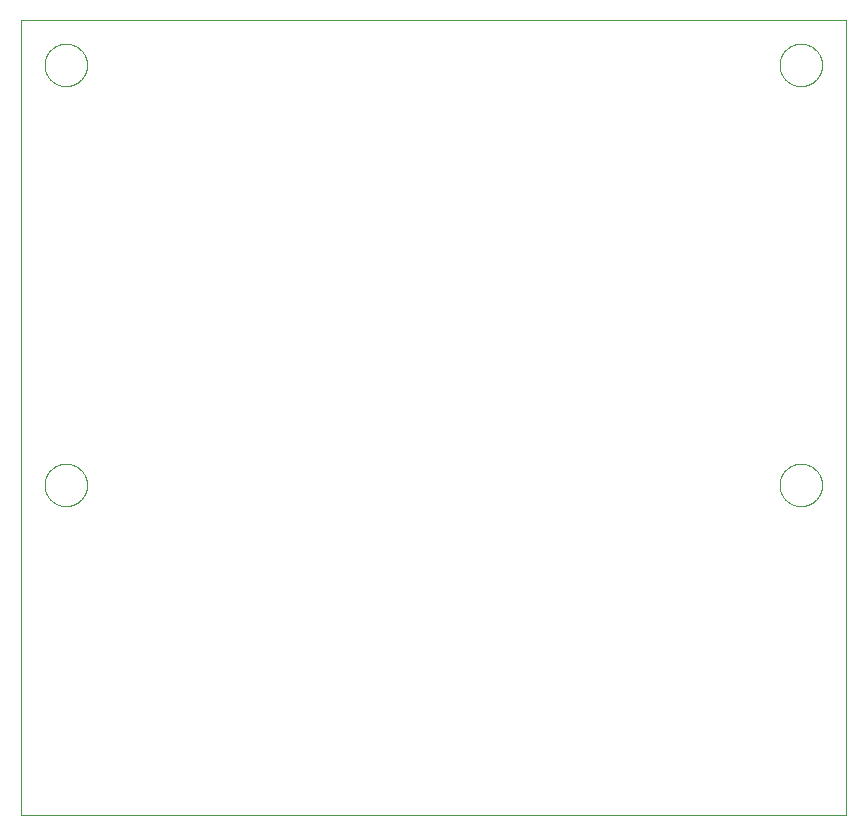
<source format=gbp>
G75*
%MOIN*%
%OFA0B0*%
%FSLAX25Y25*%
%IPPOS*%
%LPD*%
%AMOC8*
5,1,8,0,0,1.08239X$1,22.5*
%
%ADD10C,0.00100*%
%ADD11C,0.00110*%
%ADD12C,0.00000*%
D10*
X0007667Y0001500D02*
X0282667Y0001500D01*
X0282667Y0266500D01*
X0007667Y0266500D01*
D11*
X0007667Y0001500D01*
D12*
X0015580Y0111500D02*
X0015582Y0111674D01*
X0015589Y0111848D01*
X0015599Y0112021D01*
X0015614Y0112195D01*
X0015633Y0112368D01*
X0015657Y0112540D01*
X0015684Y0112712D01*
X0015716Y0112883D01*
X0015752Y0113053D01*
X0015792Y0113222D01*
X0015837Y0113390D01*
X0015885Y0113557D01*
X0015938Y0113723D01*
X0015994Y0113888D01*
X0016055Y0114051D01*
X0016119Y0114212D01*
X0016188Y0114372D01*
X0016260Y0114530D01*
X0016337Y0114686D01*
X0016417Y0114841D01*
X0016501Y0114993D01*
X0016588Y0115143D01*
X0016680Y0115292D01*
X0016774Y0115437D01*
X0016873Y0115581D01*
X0016975Y0115722D01*
X0017080Y0115860D01*
X0017189Y0115996D01*
X0017301Y0116129D01*
X0017416Y0116259D01*
X0017534Y0116387D01*
X0017656Y0116511D01*
X0017780Y0116633D01*
X0017908Y0116751D01*
X0018038Y0116866D01*
X0018171Y0116978D01*
X0018307Y0117087D01*
X0018445Y0117192D01*
X0018586Y0117294D01*
X0018730Y0117393D01*
X0018875Y0117487D01*
X0019024Y0117579D01*
X0019174Y0117666D01*
X0019326Y0117750D01*
X0019481Y0117830D01*
X0019637Y0117907D01*
X0019795Y0117979D01*
X0019955Y0118048D01*
X0020116Y0118112D01*
X0020279Y0118173D01*
X0020444Y0118229D01*
X0020610Y0118282D01*
X0020777Y0118330D01*
X0020945Y0118375D01*
X0021114Y0118415D01*
X0021284Y0118451D01*
X0021455Y0118483D01*
X0021627Y0118510D01*
X0021799Y0118534D01*
X0021972Y0118553D01*
X0022146Y0118568D01*
X0022319Y0118578D01*
X0022493Y0118585D01*
X0022667Y0118587D01*
X0022841Y0118585D01*
X0023015Y0118578D01*
X0023188Y0118568D01*
X0023362Y0118553D01*
X0023535Y0118534D01*
X0023707Y0118510D01*
X0023879Y0118483D01*
X0024050Y0118451D01*
X0024220Y0118415D01*
X0024389Y0118375D01*
X0024557Y0118330D01*
X0024724Y0118282D01*
X0024890Y0118229D01*
X0025055Y0118173D01*
X0025218Y0118112D01*
X0025379Y0118048D01*
X0025539Y0117979D01*
X0025697Y0117907D01*
X0025853Y0117830D01*
X0026008Y0117750D01*
X0026160Y0117666D01*
X0026310Y0117579D01*
X0026459Y0117487D01*
X0026604Y0117393D01*
X0026748Y0117294D01*
X0026889Y0117192D01*
X0027027Y0117087D01*
X0027163Y0116978D01*
X0027296Y0116866D01*
X0027426Y0116751D01*
X0027554Y0116633D01*
X0027678Y0116511D01*
X0027800Y0116387D01*
X0027918Y0116259D01*
X0028033Y0116129D01*
X0028145Y0115996D01*
X0028254Y0115860D01*
X0028359Y0115722D01*
X0028461Y0115581D01*
X0028560Y0115437D01*
X0028654Y0115292D01*
X0028746Y0115143D01*
X0028833Y0114993D01*
X0028917Y0114841D01*
X0028997Y0114686D01*
X0029074Y0114530D01*
X0029146Y0114372D01*
X0029215Y0114212D01*
X0029279Y0114051D01*
X0029340Y0113888D01*
X0029396Y0113723D01*
X0029449Y0113557D01*
X0029497Y0113390D01*
X0029542Y0113222D01*
X0029582Y0113053D01*
X0029618Y0112883D01*
X0029650Y0112712D01*
X0029677Y0112540D01*
X0029701Y0112368D01*
X0029720Y0112195D01*
X0029735Y0112021D01*
X0029745Y0111848D01*
X0029752Y0111674D01*
X0029754Y0111500D01*
X0029752Y0111326D01*
X0029745Y0111152D01*
X0029735Y0110979D01*
X0029720Y0110805D01*
X0029701Y0110632D01*
X0029677Y0110460D01*
X0029650Y0110288D01*
X0029618Y0110117D01*
X0029582Y0109947D01*
X0029542Y0109778D01*
X0029497Y0109610D01*
X0029449Y0109443D01*
X0029396Y0109277D01*
X0029340Y0109112D01*
X0029279Y0108949D01*
X0029215Y0108788D01*
X0029146Y0108628D01*
X0029074Y0108470D01*
X0028997Y0108314D01*
X0028917Y0108159D01*
X0028833Y0108007D01*
X0028746Y0107857D01*
X0028654Y0107708D01*
X0028560Y0107563D01*
X0028461Y0107419D01*
X0028359Y0107278D01*
X0028254Y0107140D01*
X0028145Y0107004D01*
X0028033Y0106871D01*
X0027918Y0106741D01*
X0027800Y0106613D01*
X0027678Y0106489D01*
X0027554Y0106367D01*
X0027426Y0106249D01*
X0027296Y0106134D01*
X0027163Y0106022D01*
X0027027Y0105913D01*
X0026889Y0105808D01*
X0026748Y0105706D01*
X0026604Y0105607D01*
X0026459Y0105513D01*
X0026310Y0105421D01*
X0026160Y0105334D01*
X0026008Y0105250D01*
X0025853Y0105170D01*
X0025697Y0105093D01*
X0025539Y0105021D01*
X0025379Y0104952D01*
X0025218Y0104888D01*
X0025055Y0104827D01*
X0024890Y0104771D01*
X0024724Y0104718D01*
X0024557Y0104670D01*
X0024389Y0104625D01*
X0024220Y0104585D01*
X0024050Y0104549D01*
X0023879Y0104517D01*
X0023707Y0104490D01*
X0023535Y0104466D01*
X0023362Y0104447D01*
X0023188Y0104432D01*
X0023015Y0104422D01*
X0022841Y0104415D01*
X0022667Y0104413D01*
X0022493Y0104415D01*
X0022319Y0104422D01*
X0022146Y0104432D01*
X0021972Y0104447D01*
X0021799Y0104466D01*
X0021627Y0104490D01*
X0021455Y0104517D01*
X0021284Y0104549D01*
X0021114Y0104585D01*
X0020945Y0104625D01*
X0020777Y0104670D01*
X0020610Y0104718D01*
X0020444Y0104771D01*
X0020279Y0104827D01*
X0020116Y0104888D01*
X0019955Y0104952D01*
X0019795Y0105021D01*
X0019637Y0105093D01*
X0019481Y0105170D01*
X0019326Y0105250D01*
X0019174Y0105334D01*
X0019024Y0105421D01*
X0018875Y0105513D01*
X0018730Y0105607D01*
X0018586Y0105706D01*
X0018445Y0105808D01*
X0018307Y0105913D01*
X0018171Y0106022D01*
X0018038Y0106134D01*
X0017908Y0106249D01*
X0017780Y0106367D01*
X0017656Y0106489D01*
X0017534Y0106613D01*
X0017416Y0106741D01*
X0017301Y0106871D01*
X0017189Y0107004D01*
X0017080Y0107140D01*
X0016975Y0107278D01*
X0016873Y0107419D01*
X0016774Y0107563D01*
X0016680Y0107708D01*
X0016588Y0107857D01*
X0016501Y0108007D01*
X0016417Y0108159D01*
X0016337Y0108314D01*
X0016260Y0108470D01*
X0016188Y0108628D01*
X0016119Y0108788D01*
X0016055Y0108949D01*
X0015994Y0109112D01*
X0015938Y0109277D01*
X0015885Y0109443D01*
X0015837Y0109610D01*
X0015792Y0109778D01*
X0015752Y0109947D01*
X0015716Y0110117D01*
X0015684Y0110288D01*
X0015657Y0110460D01*
X0015633Y0110632D01*
X0015614Y0110805D01*
X0015599Y0110979D01*
X0015589Y0111152D01*
X0015582Y0111326D01*
X0015580Y0111500D01*
X0015580Y0251500D02*
X0015582Y0251674D01*
X0015589Y0251848D01*
X0015599Y0252021D01*
X0015614Y0252195D01*
X0015633Y0252368D01*
X0015657Y0252540D01*
X0015684Y0252712D01*
X0015716Y0252883D01*
X0015752Y0253053D01*
X0015792Y0253222D01*
X0015837Y0253390D01*
X0015885Y0253557D01*
X0015938Y0253723D01*
X0015994Y0253888D01*
X0016055Y0254051D01*
X0016119Y0254212D01*
X0016188Y0254372D01*
X0016260Y0254530D01*
X0016337Y0254686D01*
X0016417Y0254841D01*
X0016501Y0254993D01*
X0016588Y0255143D01*
X0016680Y0255292D01*
X0016774Y0255437D01*
X0016873Y0255581D01*
X0016975Y0255722D01*
X0017080Y0255860D01*
X0017189Y0255996D01*
X0017301Y0256129D01*
X0017416Y0256259D01*
X0017534Y0256387D01*
X0017656Y0256511D01*
X0017780Y0256633D01*
X0017908Y0256751D01*
X0018038Y0256866D01*
X0018171Y0256978D01*
X0018307Y0257087D01*
X0018445Y0257192D01*
X0018586Y0257294D01*
X0018730Y0257393D01*
X0018875Y0257487D01*
X0019024Y0257579D01*
X0019174Y0257666D01*
X0019326Y0257750D01*
X0019481Y0257830D01*
X0019637Y0257907D01*
X0019795Y0257979D01*
X0019955Y0258048D01*
X0020116Y0258112D01*
X0020279Y0258173D01*
X0020444Y0258229D01*
X0020610Y0258282D01*
X0020777Y0258330D01*
X0020945Y0258375D01*
X0021114Y0258415D01*
X0021284Y0258451D01*
X0021455Y0258483D01*
X0021627Y0258510D01*
X0021799Y0258534D01*
X0021972Y0258553D01*
X0022146Y0258568D01*
X0022319Y0258578D01*
X0022493Y0258585D01*
X0022667Y0258587D01*
X0022841Y0258585D01*
X0023015Y0258578D01*
X0023188Y0258568D01*
X0023362Y0258553D01*
X0023535Y0258534D01*
X0023707Y0258510D01*
X0023879Y0258483D01*
X0024050Y0258451D01*
X0024220Y0258415D01*
X0024389Y0258375D01*
X0024557Y0258330D01*
X0024724Y0258282D01*
X0024890Y0258229D01*
X0025055Y0258173D01*
X0025218Y0258112D01*
X0025379Y0258048D01*
X0025539Y0257979D01*
X0025697Y0257907D01*
X0025853Y0257830D01*
X0026008Y0257750D01*
X0026160Y0257666D01*
X0026310Y0257579D01*
X0026459Y0257487D01*
X0026604Y0257393D01*
X0026748Y0257294D01*
X0026889Y0257192D01*
X0027027Y0257087D01*
X0027163Y0256978D01*
X0027296Y0256866D01*
X0027426Y0256751D01*
X0027554Y0256633D01*
X0027678Y0256511D01*
X0027800Y0256387D01*
X0027918Y0256259D01*
X0028033Y0256129D01*
X0028145Y0255996D01*
X0028254Y0255860D01*
X0028359Y0255722D01*
X0028461Y0255581D01*
X0028560Y0255437D01*
X0028654Y0255292D01*
X0028746Y0255143D01*
X0028833Y0254993D01*
X0028917Y0254841D01*
X0028997Y0254686D01*
X0029074Y0254530D01*
X0029146Y0254372D01*
X0029215Y0254212D01*
X0029279Y0254051D01*
X0029340Y0253888D01*
X0029396Y0253723D01*
X0029449Y0253557D01*
X0029497Y0253390D01*
X0029542Y0253222D01*
X0029582Y0253053D01*
X0029618Y0252883D01*
X0029650Y0252712D01*
X0029677Y0252540D01*
X0029701Y0252368D01*
X0029720Y0252195D01*
X0029735Y0252021D01*
X0029745Y0251848D01*
X0029752Y0251674D01*
X0029754Y0251500D01*
X0029752Y0251326D01*
X0029745Y0251152D01*
X0029735Y0250979D01*
X0029720Y0250805D01*
X0029701Y0250632D01*
X0029677Y0250460D01*
X0029650Y0250288D01*
X0029618Y0250117D01*
X0029582Y0249947D01*
X0029542Y0249778D01*
X0029497Y0249610D01*
X0029449Y0249443D01*
X0029396Y0249277D01*
X0029340Y0249112D01*
X0029279Y0248949D01*
X0029215Y0248788D01*
X0029146Y0248628D01*
X0029074Y0248470D01*
X0028997Y0248314D01*
X0028917Y0248159D01*
X0028833Y0248007D01*
X0028746Y0247857D01*
X0028654Y0247708D01*
X0028560Y0247563D01*
X0028461Y0247419D01*
X0028359Y0247278D01*
X0028254Y0247140D01*
X0028145Y0247004D01*
X0028033Y0246871D01*
X0027918Y0246741D01*
X0027800Y0246613D01*
X0027678Y0246489D01*
X0027554Y0246367D01*
X0027426Y0246249D01*
X0027296Y0246134D01*
X0027163Y0246022D01*
X0027027Y0245913D01*
X0026889Y0245808D01*
X0026748Y0245706D01*
X0026604Y0245607D01*
X0026459Y0245513D01*
X0026310Y0245421D01*
X0026160Y0245334D01*
X0026008Y0245250D01*
X0025853Y0245170D01*
X0025697Y0245093D01*
X0025539Y0245021D01*
X0025379Y0244952D01*
X0025218Y0244888D01*
X0025055Y0244827D01*
X0024890Y0244771D01*
X0024724Y0244718D01*
X0024557Y0244670D01*
X0024389Y0244625D01*
X0024220Y0244585D01*
X0024050Y0244549D01*
X0023879Y0244517D01*
X0023707Y0244490D01*
X0023535Y0244466D01*
X0023362Y0244447D01*
X0023188Y0244432D01*
X0023015Y0244422D01*
X0022841Y0244415D01*
X0022667Y0244413D01*
X0022493Y0244415D01*
X0022319Y0244422D01*
X0022146Y0244432D01*
X0021972Y0244447D01*
X0021799Y0244466D01*
X0021627Y0244490D01*
X0021455Y0244517D01*
X0021284Y0244549D01*
X0021114Y0244585D01*
X0020945Y0244625D01*
X0020777Y0244670D01*
X0020610Y0244718D01*
X0020444Y0244771D01*
X0020279Y0244827D01*
X0020116Y0244888D01*
X0019955Y0244952D01*
X0019795Y0245021D01*
X0019637Y0245093D01*
X0019481Y0245170D01*
X0019326Y0245250D01*
X0019174Y0245334D01*
X0019024Y0245421D01*
X0018875Y0245513D01*
X0018730Y0245607D01*
X0018586Y0245706D01*
X0018445Y0245808D01*
X0018307Y0245913D01*
X0018171Y0246022D01*
X0018038Y0246134D01*
X0017908Y0246249D01*
X0017780Y0246367D01*
X0017656Y0246489D01*
X0017534Y0246613D01*
X0017416Y0246741D01*
X0017301Y0246871D01*
X0017189Y0247004D01*
X0017080Y0247140D01*
X0016975Y0247278D01*
X0016873Y0247419D01*
X0016774Y0247563D01*
X0016680Y0247708D01*
X0016588Y0247857D01*
X0016501Y0248007D01*
X0016417Y0248159D01*
X0016337Y0248314D01*
X0016260Y0248470D01*
X0016188Y0248628D01*
X0016119Y0248788D01*
X0016055Y0248949D01*
X0015994Y0249112D01*
X0015938Y0249277D01*
X0015885Y0249443D01*
X0015837Y0249610D01*
X0015792Y0249778D01*
X0015752Y0249947D01*
X0015716Y0250117D01*
X0015684Y0250288D01*
X0015657Y0250460D01*
X0015633Y0250632D01*
X0015614Y0250805D01*
X0015599Y0250979D01*
X0015589Y0251152D01*
X0015582Y0251326D01*
X0015580Y0251500D01*
X0260580Y0251500D02*
X0260582Y0251674D01*
X0260589Y0251848D01*
X0260599Y0252021D01*
X0260614Y0252195D01*
X0260633Y0252368D01*
X0260657Y0252540D01*
X0260684Y0252712D01*
X0260716Y0252883D01*
X0260752Y0253053D01*
X0260792Y0253222D01*
X0260837Y0253390D01*
X0260885Y0253557D01*
X0260938Y0253723D01*
X0260994Y0253888D01*
X0261055Y0254051D01*
X0261119Y0254212D01*
X0261188Y0254372D01*
X0261260Y0254530D01*
X0261337Y0254686D01*
X0261417Y0254841D01*
X0261501Y0254993D01*
X0261588Y0255143D01*
X0261680Y0255292D01*
X0261774Y0255437D01*
X0261873Y0255581D01*
X0261975Y0255722D01*
X0262080Y0255860D01*
X0262189Y0255996D01*
X0262301Y0256129D01*
X0262416Y0256259D01*
X0262534Y0256387D01*
X0262656Y0256511D01*
X0262780Y0256633D01*
X0262908Y0256751D01*
X0263038Y0256866D01*
X0263171Y0256978D01*
X0263307Y0257087D01*
X0263445Y0257192D01*
X0263586Y0257294D01*
X0263730Y0257393D01*
X0263875Y0257487D01*
X0264024Y0257579D01*
X0264174Y0257666D01*
X0264326Y0257750D01*
X0264481Y0257830D01*
X0264637Y0257907D01*
X0264795Y0257979D01*
X0264955Y0258048D01*
X0265116Y0258112D01*
X0265279Y0258173D01*
X0265444Y0258229D01*
X0265610Y0258282D01*
X0265777Y0258330D01*
X0265945Y0258375D01*
X0266114Y0258415D01*
X0266284Y0258451D01*
X0266455Y0258483D01*
X0266627Y0258510D01*
X0266799Y0258534D01*
X0266972Y0258553D01*
X0267146Y0258568D01*
X0267319Y0258578D01*
X0267493Y0258585D01*
X0267667Y0258587D01*
X0267841Y0258585D01*
X0268015Y0258578D01*
X0268188Y0258568D01*
X0268362Y0258553D01*
X0268535Y0258534D01*
X0268707Y0258510D01*
X0268879Y0258483D01*
X0269050Y0258451D01*
X0269220Y0258415D01*
X0269389Y0258375D01*
X0269557Y0258330D01*
X0269724Y0258282D01*
X0269890Y0258229D01*
X0270055Y0258173D01*
X0270218Y0258112D01*
X0270379Y0258048D01*
X0270539Y0257979D01*
X0270697Y0257907D01*
X0270853Y0257830D01*
X0271008Y0257750D01*
X0271160Y0257666D01*
X0271310Y0257579D01*
X0271459Y0257487D01*
X0271604Y0257393D01*
X0271748Y0257294D01*
X0271889Y0257192D01*
X0272027Y0257087D01*
X0272163Y0256978D01*
X0272296Y0256866D01*
X0272426Y0256751D01*
X0272554Y0256633D01*
X0272678Y0256511D01*
X0272800Y0256387D01*
X0272918Y0256259D01*
X0273033Y0256129D01*
X0273145Y0255996D01*
X0273254Y0255860D01*
X0273359Y0255722D01*
X0273461Y0255581D01*
X0273560Y0255437D01*
X0273654Y0255292D01*
X0273746Y0255143D01*
X0273833Y0254993D01*
X0273917Y0254841D01*
X0273997Y0254686D01*
X0274074Y0254530D01*
X0274146Y0254372D01*
X0274215Y0254212D01*
X0274279Y0254051D01*
X0274340Y0253888D01*
X0274396Y0253723D01*
X0274449Y0253557D01*
X0274497Y0253390D01*
X0274542Y0253222D01*
X0274582Y0253053D01*
X0274618Y0252883D01*
X0274650Y0252712D01*
X0274677Y0252540D01*
X0274701Y0252368D01*
X0274720Y0252195D01*
X0274735Y0252021D01*
X0274745Y0251848D01*
X0274752Y0251674D01*
X0274754Y0251500D01*
X0274752Y0251326D01*
X0274745Y0251152D01*
X0274735Y0250979D01*
X0274720Y0250805D01*
X0274701Y0250632D01*
X0274677Y0250460D01*
X0274650Y0250288D01*
X0274618Y0250117D01*
X0274582Y0249947D01*
X0274542Y0249778D01*
X0274497Y0249610D01*
X0274449Y0249443D01*
X0274396Y0249277D01*
X0274340Y0249112D01*
X0274279Y0248949D01*
X0274215Y0248788D01*
X0274146Y0248628D01*
X0274074Y0248470D01*
X0273997Y0248314D01*
X0273917Y0248159D01*
X0273833Y0248007D01*
X0273746Y0247857D01*
X0273654Y0247708D01*
X0273560Y0247563D01*
X0273461Y0247419D01*
X0273359Y0247278D01*
X0273254Y0247140D01*
X0273145Y0247004D01*
X0273033Y0246871D01*
X0272918Y0246741D01*
X0272800Y0246613D01*
X0272678Y0246489D01*
X0272554Y0246367D01*
X0272426Y0246249D01*
X0272296Y0246134D01*
X0272163Y0246022D01*
X0272027Y0245913D01*
X0271889Y0245808D01*
X0271748Y0245706D01*
X0271604Y0245607D01*
X0271459Y0245513D01*
X0271310Y0245421D01*
X0271160Y0245334D01*
X0271008Y0245250D01*
X0270853Y0245170D01*
X0270697Y0245093D01*
X0270539Y0245021D01*
X0270379Y0244952D01*
X0270218Y0244888D01*
X0270055Y0244827D01*
X0269890Y0244771D01*
X0269724Y0244718D01*
X0269557Y0244670D01*
X0269389Y0244625D01*
X0269220Y0244585D01*
X0269050Y0244549D01*
X0268879Y0244517D01*
X0268707Y0244490D01*
X0268535Y0244466D01*
X0268362Y0244447D01*
X0268188Y0244432D01*
X0268015Y0244422D01*
X0267841Y0244415D01*
X0267667Y0244413D01*
X0267493Y0244415D01*
X0267319Y0244422D01*
X0267146Y0244432D01*
X0266972Y0244447D01*
X0266799Y0244466D01*
X0266627Y0244490D01*
X0266455Y0244517D01*
X0266284Y0244549D01*
X0266114Y0244585D01*
X0265945Y0244625D01*
X0265777Y0244670D01*
X0265610Y0244718D01*
X0265444Y0244771D01*
X0265279Y0244827D01*
X0265116Y0244888D01*
X0264955Y0244952D01*
X0264795Y0245021D01*
X0264637Y0245093D01*
X0264481Y0245170D01*
X0264326Y0245250D01*
X0264174Y0245334D01*
X0264024Y0245421D01*
X0263875Y0245513D01*
X0263730Y0245607D01*
X0263586Y0245706D01*
X0263445Y0245808D01*
X0263307Y0245913D01*
X0263171Y0246022D01*
X0263038Y0246134D01*
X0262908Y0246249D01*
X0262780Y0246367D01*
X0262656Y0246489D01*
X0262534Y0246613D01*
X0262416Y0246741D01*
X0262301Y0246871D01*
X0262189Y0247004D01*
X0262080Y0247140D01*
X0261975Y0247278D01*
X0261873Y0247419D01*
X0261774Y0247563D01*
X0261680Y0247708D01*
X0261588Y0247857D01*
X0261501Y0248007D01*
X0261417Y0248159D01*
X0261337Y0248314D01*
X0261260Y0248470D01*
X0261188Y0248628D01*
X0261119Y0248788D01*
X0261055Y0248949D01*
X0260994Y0249112D01*
X0260938Y0249277D01*
X0260885Y0249443D01*
X0260837Y0249610D01*
X0260792Y0249778D01*
X0260752Y0249947D01*
X0260716Y0250117D01*
X0260684Y0250288D01*
X0260657Y0250460D01*
X0260633Y0250632D01*
X0260614Y0250805D01*
X0260599Y0250979D01*
X0260589Y0251152D01*
X0260582Y0251326D01*
X0260580Y0251500D01*
X0260580Y0111500D02*
X0260582Y0111674D01*
X0260589Y0111848D01*
X0260599Y0112021D01*
X0260614Y0112195D01*
X0260633Y0112368D01*
X0260657Y0112540D01*
X0260684Y0112712D01*
X0260716Y0112883D01*
X0260752Y0113053D01*
X0260792Y0113222D01*
X0260837Y0113390D01*
X0260885Y0113557D01*
X0260938Y0113723D01*
X0260994Y0113888D01*
X0261055Y0114051D01*
X0261119Y0114212D01*
X0261188Y0114372D01*
X0261260Y0114530D01*
X0261337Y0114686D01*
X0261417Y0114841D01*
X0261501Y0114993D01*
X0261588Y0115143D01*
X0261680Y0115292D01*
X0261774Y0115437D01*
X0261873Y0115581D01*
X0261975Y0115722D01*
X0262080Y0115860D01*
X0262189Y0115996D01*
X0262301Y0116129D01*
X0262416Y0116259D01*
X0262534Y0116387D01*
X0262656Y0116511D01*
X0262780Y0116633D01*
X0262908Y0116751D01*
X0263038Y0116866D01*
X0263171Y0116978D01*
X0263307Y0117087D01*
X0263445Y0117192D01*
X0263586Y0117294D01*
X0263730Y0117393D01*
X0263875Y0117487D01*
X0264024Y0117579D01*
X0264174Y0117666D01*
X0264326Y0117750D01*
X0264481Y0117830D01*
X0264637Y0117907D01*
X0264795Y0117979D01*
X0264955Y0118048D01*
X0265116Y0118112D01*
X0265279Y0118173D01*
X0265444Y0118229D01*
X0265610Y0118282D01*
X0265777Y0118330D01*
X0265945Y0118375D01*
X0266114Y0118415D01*
X0266284Y0118451D01*
X0266455Y0118483D01*
X0266627Y0118510D01*
X0266799Y0118534D01*
X0266972Y0118553D01*
X0267146Y0118568D01*
X0267319Y0118578D01*
X0267493Y0118585D01*
X0267667Y0118587D01*
X0267841Y0118585D01*
X0268015Y0118578D01*
X0268188Y0118568D01*
X0268362Y0118553D01*
X0268535Y0118534D01*
X0268707Y0118510D01*
X0268879Y0118483D01*
X0269050Y0118451D01*
X0269220Y0118415D01*
X0269389Y0118375D01*
X0269557Y0118330D01*
X0269724Y0118282D01*
X0269890Y0118229D01*
X0270055Y0118173D01*
X0270218Y0118112D01*
X0270379Y0118048D01*
X0270539Y0117979D01*
X0270697Y0117907D01*
X0270853Y0117830D01*
X0271008Y0117750D01*
X0271160Y0117666D01*
X0271310Y0117579D01*
X0271459Y0117487D01*
X0271604Y0117393D01*
X0271748Y0117294D01*
X0271889Y0117192D01*
X0272027Y0117087D01*
X0272163Y0116978D01*
X0272296Y0116866D01*
X0272426Y0116751D01*
X0272554Y0116633D01*
X0272678Y0116511D01*
X0272800Y0116387D01*
X0272918Y0116259D01*
X0273033Y0116129D01*
X0273145Y0115996D01*
X0273254Y0115860D01*
X0273359Y0115722D01*
X0273461Y0115581D01*
X0273560Y0115437D01*
X0273654Y0115292D01*
X0273746Y0115143D01*
X0273833Y0114993D01*
X0273917Y0114841D01*
X0273997Y0114686D01*
X0274074Y0114530D01*
X0274146Y0114372D01*
X0274215Y0114212D01*
X0274279Y0114051D01*
X0274340Y0113888D01*
X0274396Y0113723D01*
X0274449Y0113557D01*
X0274497Y0113390D01*
X0274542Y0113222D01*
X0274582Y0113053D01*
X0274618Y0112883D01*
X0274650Y0112712D01*
X0274677Y0112540D01*
X0274701Y0112368D01*
X0274720Y0112195D01*
X0274735Y0112021D01*
X0274745Y0111848D01*
X0274752Y0111674D01*
X0274754Y0111500D01*
X0274752Y0111326D01*
X0274745Y0111152D01*
X0274735Y0110979D01*
X0274720Y0110805D01*
X0274701Y0110632D01*
X0274677Y0110460D01*
X0274650Y0110288D01*
X0274618Y0110117D01*
X0274582Y0109947D01*
X0274542Y0109778D01*
X0274497Y0109610D01*
X0274449Y0109443D01*
X0274396Y0109277D01*
X0274340Y0109112D01*
X0274279Y0108949D01*
X0274215Y0108788D01*
X0274146Y0108628D01*
X0274074Y0108470D01*
X0273997Y0108314D01*
X0273917Y0108159D01*
X0273833Y0108007D01*
X0273746Y0107857D01*
X0273654Y0107708D01*
X0273560Y0107563D01*
X0273461Y0107419D01*
X0273359Y0107278D01*
X0273254Y0107140D01*
X0273145Y0107004D01*
X0273033Y0106871D01*
X0272918Y0106741D01*
X0272800Y0106613D01*
X0272678Y0106489D01*
X0272554Y0106367D01*
X0272426Y0106249D01*
X0272296Y0106134D01*
X0272163Y0106022D01*
X0272027Y0105913D01*
X0271889Y0105808D01*
X0271748Y0105706D01*
X0271604Y0105607D01*
X0271459Y0105513D01*
X0271310Y0105421D01*
X0271160Y0105334D01*
X0271008Y0105250D01*
X0270853Y0105170D01*
X0270697Y0105093D01*
X0270539Y0105021D01*
X0270379Y0104952D01*
X0270218Y0104888D01*
X0270055Y0104827D01*
X0269890Y0104771D01*
X0269724Y0104718D01*
X0269557Y0104670D01*
X0269389Y0104625D01*
X0269220Y0104585D01*
X0269050Y0104549D01*
X0268879Y0104517D01*
X0268707Y0104490D01*
X0268535Y0104466D01*
X0268362Y0104447D01*
X0268188Y0104432D01*
X0268015Y0104422D01*
X0267841Y0104415D01*
X0267667Y0104413D01*
X0267493Y0104415D01*
X0267319Y0104422D01*
X0267146Y0104432D01*
X0266972Y0104447D01*
X0266799Y0104466D01*
X0266627Y0104490D01*
X0266455Y0104517D01*
X0266284Y0104549D01*
X0266114Y0104585D01*
X0265945Y0104625D01*
X0265777Y0104670D01*
X0265610Y0104718D01*
X0265444Y0104771D01*
X0265279Y0104827D01*
X0265116Y0104888D01*
X0264955Y0104952D01*
X0264795Y0105021D01*
X0264637Y0105093D01*
X0264481Y0105170D01*
X0264326Y0105250D01*
X0264174Y0105334D01*
X0264024Y0105421D01*
X0263875Y0105513D01*
X0263730Y0105607D01*
X0263586Y0105706D01*
X0263445Y0105808D01*
X0263307Y0105913D01*
X0263171Y0106022D01*
X0263038Y0106134D01*
X0262908Y0106249D01*
X0262780Y0106367D01*
X0262656Y0106489D01*
X0262534Y0106613D01*
X0262416Y0106741D01*
X0262301Y0106871D01*
X0262189Y0107004D01*
X0262080Y0107140D01*
X0261975Y0107278D01*
X0261873Y0107419D01*
X0261774Y0107563D01*
X0261680Y0107708D01*
X0261588Y0107857D01*
X0261501Y0108007D01*
X0261417Y0108159D01*
X0261337Y0108314D01*
X0261260Y0108470D01*
X0261188Y0108628D01*
X0261119Y0108788D01*
X0261055Y0108949D01*
X0260994Y0109112D01*
X0260938Y0109277D01*
X0260885Y0109443D01*
X0260837Y0109610D01*
X0260792Y0109778D01*
X0260752Y0109947D01*
X0260716Y0110117D01*
X0260684Y0110288D01*
X0260657Y0110460D01*
X0260633Y0110632D01*
X0260614Y0110805D01*
X0260599Y0110979D01*
X0260589Y0111152D01*
X0260582Y0111326D01*
X0260580Y0111500D01*
M02*

</source>
